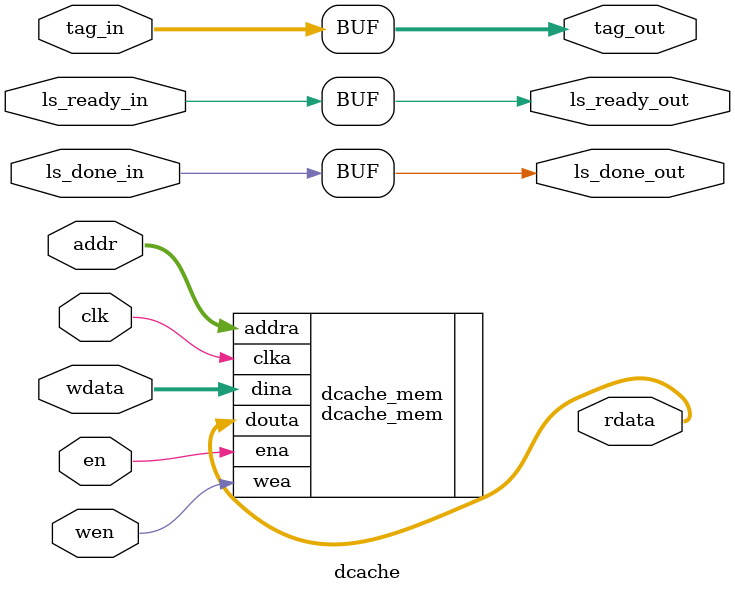
<source format=v>

`ifndef DCACHE_V
`define DCACHE_V

`timescale 1ns/1ps

module dcache (
   input  wire        clk,
   input  wire        wen, //opcode
   input  wire        en,
   input  wire [15:0] addr,
   input  wire [31:0] wdata,
   input  wire [ 5:0] tag_in,
   input              ls_ready_in,
   input              ls_done_in,
   output reg         ls_done_out,
   output reg         ls_ready_out,
   output reg  [ 5:0] tag_out,
   output wire [31:0] rdata
);

   always @(*) begin: ls_ready_proc
      ls_ready_out = ls_ready_in;
      ls_done_out  = ls_done_in;
      tag_out      = tag_in;
   end

   dcache_mem dcache_mem (
      .clka  ( clk   ),
      .ena   ( en    ),
      .wea   ( wen   ),
      .addra ( addr  ),
      .dina  ( wdata ),
      .douta ( rdata )
   );

endmodule

`endif


</source>
